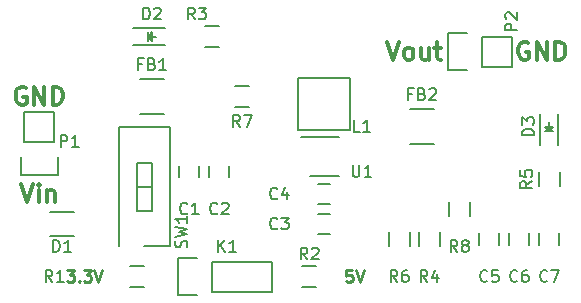
<source format=gto>
G04 #@! TF.FileFunction,Legend,Top*
%FSLAX46Y46*%
G04 Gerber Fmt 4.6, Leading zero omitted, Abs format (unit mm)*
G04 Created by KiCad (PCBNEW no-vcs-found-product) date Fri 08 Apr 2016 02:07:00 AM CDT*
%MOMM*%
G01*
G04 APERTURE LIST*
%ADD10C,0.100000*%
%ADD11C,0.300000*%
%ADD12C,0.248000*%
%ADD13C,0.150000*%
G04 APERTURE END LIST*
D10*
D11*
X97409286Y-135703571D02*
X97909286Y-137203571D01*
X98409286Y-135703571D01*
X99123572Y-137203571D02*
X98980714Y-137132143D01*
X98909286Y-137060714D01*
X98837857Y-136917857D01*
X98837857Y-136489286D01*
X98909286Y-136346429D01*
X98980714Y-136275000D01*
X99123572Y-136203571D01*
X99337857Y-136203571D01*
X99480714Y-136275000D01*
X99552143Y-136346429D01*
X99623572Y-136489286D01*
X99623572Y-136917857D01*
X99552143Y-137060714D01*
X99480714Y-137132143D01*
X99337857Y-137203571D01*
X99123572Y-137203571D01*
X100909286Y-136203571D02*
X100909286Y-137203571D01*
X100266429Y-136203571D02*
X100266429Y-136989286D01*
X100337857Y-137132143D01*
X100480715Y-137203571D01*
X100695000Y-137203571D01*
X100837857Y-137132143D01*
X100909286Y-137060714D01*
X101409286Y-136203571D02*
X101980715Y-136203571D01*
X101623572Y-135703571D02*
X101623572Y-136989286D01*
X101695000Y-137132143D01*
X101837858Y-137203571D01*
X101980715Y-137203571D01*
X109347143Y-135775000D02*
X109204286Y-135703571D01*
X108990000Y-135703571D01*
X108775715Y-135775000D01*
X108632857Y-135917857D01*
X108561429Y-136060714D01*
X108490000Y-136346429D01*
X108490000Y-136560714D01*
X108561429Y-136846429D01*
X108632857Y-136989286D01*
X108775715Y-137132143D01*
X108990000Y-137203571D01*
X109132857Y-137203571D01*
X109347143Y-137132143D01*
X109418572Y-137060714D01*
X109418572Y-136560714D01*
X109132857Y-136560714D01*
X110061429Y-137203571D02*
X110061429Y-135703571D01*
X110918572Y-137203571D01*
X110918572Y-135703571D01*
X111632858Y-137203571D02*
X111632858Y-135703571D01*
X111990001Y-135703571D01*
X112204286Y-135775000D01*
X112347144Y-135917857D01*
X112418572Y-136060714D01*
X112490001Y-136346429D01*
X112490001Y-136560714D01*
X112418572Y-136846429D01*
X112347144Y-136989286D01*
X112204286Y-137132143D01*
X111990001Y-137203571D01*
X111632858Y-137203571D01*
X66802143Y-139585000D02*
X66659286Y-139513571D01*
X66445000Y-139513571D01*
X66230715Y-139585000D01*
X66087857Y-139727857D01*
X66016429Y-139870714D01*
X65945000Y-140156429D01*
X65945000Y-140370714D01*
X66016429Y-140656429D01*
X66087857Y-140799286D01*
X66230715Y-140942143D01*
X66445000Y-141013571D01*
X66587857Y-141013571D01*
X66802143Y-140942143D01*
X66873572Y-140870714D01*
X66873572Y-140370714D01*
X66587857Y-140370714D01*
X67516429Y-141013571D02*
X67516429Y-139513571D01*
X68373572Y-141013571D01*
X68373572Y-139513571D01*
X69087858Y-141013571D02*
X69087858Y-139513571D01*
X69445001Y-139513571D01*
X69659286Y-139585000D01*
X69802144Y-139727857D01*
X69873572Y-139870714D01*
X69945001Y-140156429D01*
X69945001Y-140370714D01*
X69873572Y-140656429D01*
X69802144Y-140799286D01*
X69659286Y-140942143D01*
X69445001Y-141013571D01*
X69087858Y-141013571D01*
X66409286Y-147768571D02*
X66909286Y-149268571D01*
X67409286Y-147768571D01*
X67909286Y-149268571D02*
X67909286Y-148268571D01*
X67909286Y-147768571D02*
X67837857Y-147840000D01*
X67909286Y-147911429D01*
X67980714Y-147840000D01*
X67909286Y-147768571D01*
X67909286Y-147911429D01*
X68623572Y-148268571D02*
X68623572Y-149268571D01*
X68623572Y-148411429D02*
X68695000Y-148340000D01*
X68837858Y-148268571D01*
X69052143Y-148268571D01*
X69195000Y-148340000D01*
X69266429Y-148482857D01*
X69266429Y-149268571D01*
D12*
X94426047Y-155031762D02*
X93953666Y-155031762D01*
X93906428Y-155504143D01*
X93953666Y-155456905D01*
X94048143Y-155409667D01*
X94284333Y-155409667D01*
X94378809Y-155456905D01*
X94426047Y-155504143D01*
X94473286Y-155598619D01*
X94473286Y-155834810D01*
X94426047Y-155929286D01*
X94378809Y-155976524D01*
X94284333Y-156023762D01*
X94048143Y-156023762D01*
X93953666Y-155976524D01*
X93906428Y-155929286D01*
X94756714Y-155031762D02*
X95087381Y-156023762D01*
X95418048Y-155031762D01*
X70290619Y-155031762D02*
X70904715Y-155031762D01*
X70574048Y-155409667D01*
X70715762Y-155409667D01*
X70810238Y-155456905D01*
X70857476Y-155504143D01*
X70904715Y-155598619D01*
X70904715Y-155834810D01*
X70857476Y-155929286D01*
X70810238Y-155976524D01*
X70715762Y-156023762D01*
X70432334Y-156023762D01*
X70337857Y-155976524D01*
X70290619Y-155929286D01*
X71329857Y-155929286D02*
X71377096Y-155976524D01*
X71329857Y-156023762D01*
X71282619Y-155976524D01*
X71329857Y-155929286D01*
X71329857Y-156023762D01*
X71707762Y-155031762D02*
X72321858Y-155031762D01*
X71991191Y-155409667D01*
X72132905Y-155409667D01*
X72227381Y-155456905D01*
X72274619Y-155504143D01*
X72321858Y-155598619D01*
X72321858Y-155834810D01*
X72274619Y-155929286D01*
X72227381Y-155976524D01*
X72132905Y-156023762D01*
X71849477Y-156023762D01*
X71755000Y-155976524D01*
X71707762Y-155929286D01*
X72605286Y-155031762D02*
X72935953Y-156023762D01*
X73266620Y-155031762D01*
D13*
X81495000Y-147185000D02*
X81495000Y-146185000D01*
X79795000Y-146185000D02*
X79795000Y-147185000D01*
X84035000Y-147185000D02*
X84035000Y-146185000D01*
X82335000Y-146185000D02*
X82335000Y-147185000D01*
X91575000Y-151980000D02*
X92575000Y-151980000D01*
X92575000Y-150280000D02*
X91575000Y-150280000D01*
X91575000Y-149440000D02*
X92575000Y-149440000D01*
X92575000Y-147740000D02*
X91575000Y-147740000D01*
X106895000Y-152900000D02*
X106895000Y-151900000D01*
X105195000Y-151900000D02*
X105195000Y-152900000D01*
X109435000Y-152900000D02*
X109435000Y-151900000D01*
X107735000Y-151900000D02*
X107735000Y-152900000D01*
X111975000Y-152900000D02*
X111975000Y-151900000D01*
X110275000Y-151900000D02*
X110275000Y-152900000D01*
X75870000Y-136005000D02*
X78570000Y-136005000D01*
X75870000Y-134505000D02*
X78570000Y-134505000D01*
X77370000Y-135405000D02*
X77370000Y-135155000D01*
X77370000Y-135155000D02*
X77220000Y-135305000D01*
X77120000Y-134905000D02*
X77120000Y-135605000D01*
X77470000Y-135255000D02*
X77820000Y-135255000D01*
X77120000Y-135255000D02*
X77470000Y-134905000D01*
X77470000Y-134905000D02*
X77470000Y-135605000D01*
X77470000Y-135605000D02*
X77120000Y-135255000D01*
X111875000Y-144475000D02*
X111875000Y-141775000D01*
X110375000Y-144475000D02*
X110375000Y-141775000D01*
X111275000Y-142975000D02*
X111025000Y-142975000D01*
X111025000Y-142975000D02*
X111175000Y-143125000D01*
X110775000Y-143225000D02*
X111475000Y-143225000D01*
X111125000Y-142875000D02*
X111125000Y-142525000D01*
X111125000Y-143225000D02*
X110775000Y-142875000D01*
X110775000Y-142875000D02*
X111475000Y-142875000D01*
X111475000Y-142875000D02*
X111125000Y-143225000D01*
X82550000Y-156845000D02*
X87630000Y-156845000D01*
X87630000Y-156845000D02*
X87630000Y-154305000D01*
X87630000Y-154305000D02*
X82550000Y-154305000D01*
X79730000Y-154025000D02*
X81280000Y-154025000D01*
X82550000Y-154305000D02*
X82550000Y-156845000D01*
X81280000Y-157125000D02*
X79730000Y-157125000D01*
X79730000Y-157125000D02*
X79730000Y-154025000D01*
X89875000Y-138770000D02*
X94275000Y-138770000D01*
X94275000Y-138770000D02*
X94275000Y-143170000D01*
X94275000Y-143170000D02*
X89875000Y-143170000D01*
X89875000Y-143170000D02*
X89875000Y-138770000D01*
X76800000Y-156450000D02*
X75600000Y-156450000D01*
X75600000Y-154700000D02*
X76800000Y-154700000D01*
X90205000Y-154700000D02*
X91405000Y-154700000D01*
X91405000Y-156450000D02*
X90205000Y-156450000D01*
X81950000Y-134380000D02*
X83150000Y-134380000D01*
X83150000Y-136130000D02*
X81950000Y-136130000D01*
X100090000Y-153000000D02*
X100090000Y-151800000D01*
X101840000Y-151800000D02*
X101840000Y-153000000D01*
X110250000Y-147920000D02*
X110250000Y-146720000D01*
X112000000Y-146720000D02*
X112000000Y-147920000D01*
X99300000Y-151800000D02*
X99300000Y-153000000D01*
X97550000Y-153000000D02*
X97550000Y-151800000D01*
X84490000Y-139460000D02*
X85690000Y-139460000D01*
X85690000Y-141210000D02*
X84490000Y-141210000D01*
X102630000Y-150460000D02*
X102630000Y-149260000D01*
X104380000Y-149260000D02*
X104380000Y-150460000D01*
X74685000Y-142935000D02*
X78985000Y-142935000D01*
X76835000Y-152975000D02*
X78985000Y-152975000D01*
X74685000Y-142935000D02*
X74685000Y-152975000D01*
X78985000Y-142935000D02*
X78985000Y-152975000D01*
X76195000Y-147955000D02*
X77475000Y-147955000D01*
X76195000Y-145925000D02*
X76195000Y-149985000D01*
X76195000Y-149985000D02*
X77475000Y-149985000D01*
X77475000Y-149985000D02*
X77475000Y-145925000D01*
X77475000Y-145925000D02*
X76195000Y-145925000D01*
X90850000Y-147065000D02*
X93300000Y-147065000D01*
X90125000Y-143765000D02*
X93300000Y-143765000D01*
X70850000Y-150105000D02*
X68850000Y-150105000D01*
X68850000Y-152155000D02*
X70850000Y-152155000D01*
X78470000Y-138860000D02*
X76470000Y-138860000D01*
X76470000Y-141810000D02*
X78470000Y-141810000D01*
X101330000Y-141400000D02*
X99330000Y-141400000D01*
X99330000Y-144350000D02*
X101330000Y-144350000D01*
X66675000Y-144145000D02*
X66675000Y-141605000D01*
X66395000Y-146965000D02*
X66395000Y-145415000D01*
X66675000Y-144145000D02*
X69215000Y-144145000D01*
X69495000Y-145415000D02*
X69495000Y-146965000D01*
X69495000Y-146965000D02*
X66395000Y-146965000D01*
X69215000Y-144145000D02*
X69215000Y-141605000D01*
X69215000Y-141605000D02*
X66675000Y-141605000D01*
X105410000Y-135255000D02*
X107950000Y-135255000D01*
X102590000Y-134975000D02*
X104140000Y-134975000D01*
X105410000Y-135255000D02*
X105410000Y-137795000D01*
X104140000Y-138075000D02*
X102590000Y-138075000D01*
X102590000Y-138075000D02*
X102590000Y-134975000D01*
X105410000Y-137795000D02*
X107950000Y-137795000D01*
X107950000Y-137795000D02*
X107950000Y-135255000D01*
X80478334Y-150217143D02*
X80430715Y-150264762D01*
X80287858Y-150312381D01*
X80192620Y-150312381D01*
X80049762Y-150264762D01*
X79954524Y-150169524D01*
X79906905Y-150074286D01*
X79859286Y-149883810D01*
X79859286Y-149740952D01*
X79906905Y-149550476D01*
X79954524Y-149455238D01*
X80049762Y-149360000D01*
X80192620Y-149312381D01*
X80287858Y-149312381D01*
X80430715Y-149360000D01*
X80478334Y-149407619D01*
X81430715Y-150312381D02*
X80859286Y-150312381D01*
X81145000Y-150312381D02*
X81145000Y-149312381D01*
X81049762Y-149455238D01*
X80954524Y-149550476D01*
X80859286Y-149598095D01*
X83018334Y-150217143D02*
X82970715Y-150264762D01*
X82827858Y-150312381D01*
X82732620Y-150312381D01*
X82589762Y-150264762D01*
X82494524Y-150169524D01*
X82446905Y-150074286D01*
X82399286Y-149883810D01*
X82399286Y-149740952D01*
X82446905Y-149550476D01*
X82494524Y-149455238D01*
X82589762Y-149360000D01*
X82732620Y-149312381D01*
X82827858Y-149312381D01*
X82970715Y-149360000D01*
X83018334Y-149407619D01*
X83399286Y-149407619D02*
X83446905Y-149360000D01*
X83542143Y-149312381D01*
X83780239Y-149312381D01*
X83875477Y-149360000D01*
X83923096Y-149407619D01*
X83970715Y-149502857D01*
X83970715Y-149598095D01*
X83923096Y-149740952D01*
X83351667Y-150312381D01*
X83970715Y-150312381D01*
X88098334Y-151487143D02*
X88050715Y-151534762D01*
X87907858Y-151582381D01*
X87812620Y-151582381D01*
X87669762Y-151534762D01*
X87574524Y-151439524D01*
X87526905Y-151344286D01*
X87479286Y-151153810D01*
X87479286Y-151010952D01*
X87526905Y-150820476D01*
X87574524Y-150725238D01*
X87669762Y-150630000D01*
X87812620Y-150582381D01*
X87907858Y-150582381D01*
X88050715Y-150630000D01*
X88098334Y-150677619D01*
X88431667Y-150582381D02*
X89050715Y-150582381D01*
X88717381Y-150963333D01*
X88860239Y-150963333D01*
X88955477Y-151010952D01*
X89003096Y-151058571D01*
X89050715Y-151153810D01*
X89050715Y-151391905D01*
X89003096Y-151487143D01*
X88955477Y-151534762D01*
X88860239Y-151582381D01*
X88574524Y-151582381D01*
X88479286Y-151534762D01*
X88431667Y-151487143D01*
X88098334Y-148947143D02*
X88050715Y-148994762D01*
X87907858Y-149042381D01*
X87812620Y-149042381D01*
X87669762Y-148994762D01*
X87574524Y-148899524D01*
X87526905Y-148804286D01*
X87479286Y-148613810D01*
X87479286Y-148470952D01*
X87526905Y-148280476D01*
X87574524Y-148185238D01*
X87669762Y-148090000D01*
X87812620Y-148042381D01*
X87907858Y-148042381D01*
X88050715Y-148090000D01*
X88098334Y-148137619D01*
X88955477Y-148375714D02*
X88955477Y-149042381D01*
X88717381Y-147994762D02*
X88479286Y-148709048D01*
X89098334Y-148709048D01*
X105878334Y-155932143D02*
X105830715Y-155979762D01*
X105687858Y-156027381D01*
X105592620Y-156027381D01*
X105449762Y-155979762D01*
X105354524Y-155884524D01*
X105306905Y-155789286D01*
X105259286Y-155598810D01*
X105259286Y-155455952D01*
X105306905Y-155265476D01*
X105354524Y-155170238D01*
X105449762Y-155075000D01*
X105592620Y-155027381D01*
X105687858Y-155027381D01*
X105830715Y-155075000D01*
X105878334Y-155122619D01*
X106783096Y-155027381D02*
X106306905Y-155027381D01*
X106259286Y-155503571D01*
X106306905Y-155455952D01*
X106402143Y-155408333D01*
X106640239Y-155408333D01*
X106735477Y-155455952D01*
X106783096Y-155503571D01*
X106830715Y-155598810D01*
X106830715Y-155836905D01*
X106783096Y-155932143D01*
X106735477Y-155979762D01*
X106640239Y-156027381D01*
X106402143Y-156027381D01*
X106306905Y-155979762D01*
X106259286Y-155932143D01*
X108418334Y-155932143D02*
X108370715Y-155979762D01*
X108227858Y-156027381D01*
X108132620Y-156027381D01*
X107989762Y-155979762D01*
X107894524Y-155884524D01*
X107846905Y-155789286D01*
X107799286Y-155598810D01*
X107799286Y-155455952D01*
X107846905Y-155265476D01*
X107894524Y-155170238D01*
X107989762Y-155075000D01*
X108132620Y-155027381D01*
X108227858Y-155027381D01*
X108370715Y-155075000D01*
X108418334Y-155122619D01*
X109275477Y-155027381D02*
X109085000Y-155027381D01*
X108989762Y-155075000D01*
X108942143Y-155122619D01*
X108846905Y-155265476D01*
X108799286Y-155455952D01*
X108799286Y-155836905D01*
X108846905Y-155932143D01*
X108894524Y-155979762D01*
X108989762Y-156027381D01*
X109180239Y-156027381D01*
X109275477Y-155979762D01*
X109323096Y-155932143D01*
X109370715Y-155836905D01*
X109370715Y-155598810D01*
X109323096Y-155503571D01*
X109275477Y-155455952D01*
X109180239Y-155408333D01*
X108989762Y-155408333D01*
X108894524Y-155455952D01*
X108846905Y-155503571D01*
X108799286Y-155598810D01*
X110958334Y-155932143D02*
X110910715Y-155979762D01*
X110767858Y-156027381D01*
X110672620Y-156027381D01*
X110529762Y-155979762D01*
X110434524Y-155884524D01*
X110386905Y-155789286D01*
X110339286Y-155598810D01*
X110339286Y-155455952D01*
X110386905Y-155265476D01*
X110434524Y-155170238D01*
X110529762Y-155075000D01*
X110672620Y-155027381D01*
X110767858Y-155027381D01*
X110910715Y-155075000D01*
X110958334Y-155122619D01*
X111291667Y-155027381D02*
X111958334Y-155027381D01*
X111529762Y-156027381D01*
X76731905Y-133802381D02*
X76731905Y-132802381D01*
X76970000Y-132802381D01*
X77112858Y-132850000D01*
X77208096Y-132945238D01*
X77255715Y-133040476D01*
X77303334Y-133230952D01*
X77303334Y-133373810D01*
X77255715Y-133564286D01*
X77208096Y-133659524D01*
X77112858Y-133754762D01*
X76970000Y-133802381D01*
X76731905Y-133802381D01*
X77684286Y-132897619D02*
X77731905Y-132850000D01*
X77827143Y-132802381D01*
X78065239Y-132802381D01*
X78160477Y-132850000D01*
X78208096Y-132897619D01*
X78255715Y-132992857D01*
X78255715Y-133088095D01*
X78208096Y-133230952D01*
X77636667Y-133802381D01*
X78255715Y-133802381D01*
X109827381Y-143613095D02*
X108827381Y-143613095D01*
X108827381Y-143375000D01*
X108875000Y-143232142D01*
X108970238Y-143136904D01*
X109065476Y-143089285D01*
X109255952Y-143041666D01*
X109398810Y-143041666D01*
X109589286Y-143089285D01*
X109684524Y-143136904D01*
X109779762Y-143232142D01*
X109827381Y-143375000D01*
X109827381Y-143613095D01*
X108827381Y-142708333D02*
X108827381Y-142089285D01*
X109208333Y-142422619D01*
X109208333Y-142279761D01*
X109255952Y-142184523D01*
X109303571Y-142136904D01*
X109398810Y-142089285D01*
X109636905Y-142089285D01*
X109732143Y-142136904D01*
X109779762Y-142184523D01*
X109827381Y-142279761D01*
X109827381Y-142565476D01*
X109779762Y-142660714D01*
X109732143Y-142708333D01*
X83081905Y-153487381D02*
X83081905Y-152487381D01*
X83653334Y-153487381D02*
X83224762Y-152915952D01*
X83653334Y-152487381D02*
X83081905Y-153058810D01*
X84605715Y-153487381D02*
X84034286Y-153487381D01*
X84320000Y-153487381D02*
X84320000Y-152487381D01*
X84224762Y-152630238D01*
X84129524Y-152725476D01*
X84034286Y-152773095D01*
X95083334Y-143327381D02*
X94607143Y-143327381D01*
X94607143Y-142327381D01*
X95940477Y-143327381D02*
X95369048Y-143327381D01*
X95654762Y-143327381D02*
X95654762Y-142327381D01*
X95559524Y-142470238D01*
X95464286Y-142565476D01*
X95369048Y-142613095D01*
X69048334Y-156027381D02*
X68715000Y-155551190D01*
X68476905Y-156027381D02*
X68476905Y-155027381D01*
X68857858Y-155027381D01*
X68953096Y-155075000D01*
X69000715Y-155122619D01*
X69048334Y-155217857D01*
X69048334Y-155360714D01*
X69000715Y-155455952D01*
X68953096Y-155503571D01*
X68857858Y-155551190D01*
X68476905Y-155551190D01*
X70000715Y-156027381D02*
X69429286Y-156027381D01*
X69715000Y-156027381D02*
X69715000Y-155027381D01*
X69619762Y-155170238D01*
X69524524Y-155265476D01*
X69429286Y-155313095D01*
X90638334Y-154122381D02*
X90305000Y-153646190D01*
X90066905Y-154122381D02*
X90066905Y-153122381D01*
X90447858Y-153122381D01*
X90543096Y-153170000D01*
X90590715Y-153217619D01*
X90638334Y-153312857D01*
X90638334Y-153455714D01*
X90590715Y-153550952D01*
X90543096Y-153598571D01*
X90447858Y-153646190D01*
X90066905Y-153646190D01*
X91019286Y-153217619D02*
X91066905Y-153170000D01*
X91162143Y-153122381D01*
X91400239Y-153122381D01*
X91495477Y-153170000D01*
X91543096Y-153217619D01*
X91590715Y-153312857D01*
X91590715Y-153408095D01*
X91543096Y-153550952D01*
X90971667Y-154122381D01*
X91590715Y-154122381D01*
X81113334Y-133802381D02*
X80780000Y-133326190D01*
X80541905Y-133802381D02*
X80541905Y-132802381D01*
X80922858Y-132802381D01*
X81018096Y-132850000D01*
X81065715Y-132897619D01*
X81113334Y-132992857D01*
X81113334Y-133135714D01*
X81065715Y-133230952D01*
X81018096Y-133278571D01*
X80922858Y-133326190D01*
X80541905Y-133326190D01*
X81446667Y-132802381D02*
X82065715Y-132802381D01*
X81732381Y-133183333D01*
X81875239Y-133183333D01*
X81970477Y-133230952D01*
X82018096Y-133278571D01*
X82065715Y-133373810D01*
X82065715Y-133611905D01*
X82018096Y-133707143D01*
X81970477Y-133754762D01*
X81875239Y-133802381D01*
X81589524Y-133802381D01*
X81494286Y-133754762D01*
X81446667Y-133707143D01*
X100798334Y-156027381D02*
X100465000Y-155551190D01*
X100226905Y-156027381D02*
X100226905Y-155027381D01*
X100607858Y-155027381D01*
X100703096Y-155075000D01*
X100750715Y-155122619D01*
X100798334Y-155217857D01*
X100798334Y-155360714D01*
X100750715Y-155455952D01*
X100703096Y-155503571D01*
X100607858Y-155551190D01*
X100226905Y-155551190D01*
X101655477Y-155360714D02*
X101655477Y-156027381D01*
X101417381Y-154979762D02*
X101179286Y-155694048D01*
X101798334Y-155694048D01*
X109672381Y-147486666D02*
X109196190Y-147820000D01*
X109672381Y-148058095D02*
X108672381Y-148058095D01*
X108672381Y-147677142D01*
X108720000Y-147581904D01*
X108767619Y-147534285D01*
X108862857Y-147486666D01*
X109005714Y-147486666D01*
X109100952Y-147534285D01*
X109148571Y-147581904D01*
X109196190Y-147677142D01*
X109196190Y-148058095D01*
X108672381Y-146581904D02*
X108672381Y-147058095D01*
X109148571Y-147105714D01*
X109100952Y-147058095D01*
X109053333Y-146962857D01*
X109053333Y-146724761D01*
X109100952Y-146629523D01*
X109148571Y-146581904D01*
X109243810Y-146534285D01*
X109481905Y-146534285D01*
X109577143Y-146581904D01*
X109624762Y-146629523D01*
X109672381Y-146724761D01*
X109672381Y-146962857D01*
X109624762Y-147058095D01*
X109577143Y-147105714D01*
X98258334Y-156027381D02*
X97925000Y-155551190D01*
X97686905Y-156027381D02*
X97686905Y-155027381D01*
X98067858Y-155027381D01*
X98163096Y-155075000D01*
X98210715Y-155122619D01*
X98258334Y-155217857D01*
X98258334Y-155360714D01*
X98210715Y-155455952D01*
X98163096Y-155503571D01*
X98067858Y-155551190D01*
X97686905Y-155551190D01*
X99115477Y-155027381D02*
X98925000Y-155027381D01*
X98829762Y-155075000D01*
X98782143Y-155122619D01*
X98686905Y-155265476D01*
X98639286Y-155455952D01*
X98639286Y-155836905D01*
X98686905Y-155932143D01*
X98734524Y-155979762D01*
X98829762Y-156027381D01*
X99020239Y-156027381D01*
X99115477Y-155979762D01*
X99163096Y-155932143D01*
X99210715Y-155836905D01*
X99210715Y-155598810D01*
X99163096Y-155503571D01*
X99115477Y-155455952D01*
X99020239Y-155408333D01*
X98829762Y-155408333D01*
X98734524Y-155455952D01*
X98686905Y-155503571D01*
X98639286Y-155598810D01*
X84923334Y-142887381D02*
X84590000Y-142411190D01*
X84351905Y-142887381D02*
X84351905Y-141887381D01*
X84732858Y-141887381D01*
X84828096Y-141935000D01*
X84875715Y-141982619D01*
X84923334Y-142077857D01*
X84923334Y-142220714D01*
X84875715Y-142315952D01*
X84828096Y-142363571D01*
X84732858Y-142411190D01*
X84351905Y-142411190D01*
X85256667Y-141887381D02*
X85923334Y-141887381D01*
X85494762Y-142887381D01*
X103338334Y-153487381D02*
X103005000Y-153011190D01*
X102766905Y-153487381D02*
X102766905Y-152487381D01*
X103147858Y-152487381D01*
X103243096Y-152535000D01*
X103290715Y-152582619D01*
X103338334Y-152677857D01*
X103338334Y-152820714D01*
X103290715Y-152915952D01*
X103243096Y-152963571D01*
X103147858Y-153011190D01*
X102766905Y-153011190D01*
X103909762Y-152915952D02*
X103814524Y-152868333D01*
X103766905Y-152820714D01*
X103719286Y-152725476D01*
X103719286Y-152677857D01*
X103766905Y-152582619D01*
X103814524Y-152535000D01*
X103909762Y-152487381D01*
X104100239Y-152487381D01*
X104195477Y-152535000D01*
X104243096Y-152582619D01*
X104290715Y-152677857D01*
X104290715Y-152725476D01*
X104243096Y-152820714D01*
X104195477Y-152868333D01*
X104100239Y-152915952D01*
X103909762Y-152915952D01*
X103814524Y-152963571D01*
X103766905Y-153011190D01*
X103719286Y-153106429D01*
X103719286Y-153296905D01*
X103766905Y-153392143D01*
X103814524Y-153439762D01*
X103909762Y-153487381D01*
X104100239Y-153487381D01*
X104195477Y-153439762D01*
X104243096Y-153392143D01*
X104290715Y-153296905D01*
X104290715Y-153106429D01*
X104243096Y-153011190D01*
X104195477Y-152963571D01*
X104100239Y-152915952D01*
X80414762Y-153098333D02*
X80462381Y-152955476D01*
X80462381Y-152717380D01*
X80414762Y-152622142D01*
X80367143Y-152574523D01*
X80271905Y-152526904D01*
X80176667Y-152526904D01*
X80081429Y-152574523D01*
X80033810Y-152622142D01*
X79986190Y-152717380D01*
X79938571Y-152907857D01*
X79890952Y-153003095D01*
X79843333Y-153050714D01*
X79748095Y-153098333D01*
X79652857Y-153098333D01*
X79557619Y-153050714D01*
X79510000Y-153003095D01*
X79462381Y-152907857D01*
X79462381Y-152669761D01*
X79510000Y-152526904D01*
X79462381Y-152193571D02*
X80462381Y-151955476D01*
X79748095Y-151764999D01*
X80462381Y-151574523D01*
X79462381Y-151336428D01*
X80462381Y-150431666D02*
X80462381Y-151003095D01*
X80462381Y-150717381D02*
X79462381Y-150717381D01*
X79605238Y-150812619D01*
X79700476Y-150907857D01*
X79748095Y-151003095D01*
X94488095Y-146137381D02*
X94488095Y-146946905D01*
X94535714Y-147042143D01*
X94583333Y-147089762D01*
X94678571Y-147137381D01*
X94869048Y-147137381D01*
X94964286Y-147089762D01*
X95011905Y-147042143D01*
X95059524Y-146946905D01*
X95059524Y-146137381D01*
X96059524Y-147137381D02*
X95488095Y-147137381D01*
X95773809Y-147137381D02*
X95773809Y-146137381D01*
X95678571Y-146280238D01*
X95583333Y-146375476D01*
X95488095Y-146423095D01*
X69111905Y-153487381D02*
X69111905Y-152487381D01*
X69350000Y-152487381D01*
X69492858Y-152535000D01*
X69588096Y-152630238D01*
X69635715Y-152725476D01*
X69683334Y-152915952D01*
X69683334Y-153058810D01*
X69635715Y-153249286D01*
X69588096Y-153344524D01*
X69492858Y-153439762D01*
X69350000Y-153487381D01*
X69111905Y-153487381D01*
X70635715Y-153487381D02*
X70064286Y-153487381D01*
X70350000Y-153487381D02*
X70350000Y-152487381D01*
X70254762Y-152630238D01*
X70159524Y-152725476D01*
X70064286Y-152773095D01*
X76636667Y-137563571D02*
X76303333Y-137563571D01*
X76303333Y-138087381D02*
X76303333Y-137087381D01*
X76779524Y-137087381D01*
X77493810Y-137563571D02*
X77636667Y-137611190D01*
X77684286Y-137658810D01*
X77731905Y-137754048D01*
X77731905Y-137896905D01*
X77684286Y-137992143D01*
X77636667Y-138039762D01*
X77541429Y-138087381D01*
X77160476Y-138087381D01*
X77160476Y-137087381D01*
X77493810Y-137087381D01*
X77589048Y-137135000D01*
X77636667Y-137182619D01*
X77684286Y-137277857D01*
X77684286Y-137373095D01*
X77636667Y-137468333D01*
X77589048Y-137515952D01*
X77493810Y-137563571D01*
X77160476Y-137563571D01*
X78684286Y-138087381D02*
X78112857Y-138087381D01*
X78398571Y-138087381D02*
X78398571Y-137087381D01*
X78303333Y-137230238D01*
X78208095Y-137325476D01*
X78112857Y-137373095D01*
X99496667Y-140103571D02*
X99163333Y-140103571D01*
X99163333Y-140627381D02*
X99163333Y-139627381D01*
X99639524Y-139627381D01*
X100353810Y-140103571D02*
X100496667Y-140151190D01*
X100544286Y-140198810D01*
X100591905Y-140294048D01*
X100591905Y-140436905D01*
X100544286Y-140532143D01*
X100496667Y-140579762D01*
X100401429Y-140627381D01*
X100020476Y-140627381D01*
X100020476Y-139627381D01*
X100353810Y-139627381D01*
X100449048Y-139675000D01*
X100496667Y-139722619D01*
X100544286Y-139817857D01*
X100544286Y-139913095D01*
X100496667Y-140008333D01*
X100449048Y-140055952D01*
X100353810Y-140103571D01*
X100020476Y-140103571D01*
X100972857Y-139722619D02*
X101020476Y-139675000D01*
X101115714Y-139627381D01*
X101353810Y-139627381D01*
X101449048Y-139675000D01*
X101496667Y-139722619D01*
X101544286Y-139817857D01*
X101544286Y-139913095D01*
X101496667Y-140055952D01*
X100925238Y-140627381D01*
X101544286Y-140627381D01*
X69746905Y-144597381D02*
X69746905Y-143597381D01*
X70127858Y-143597381D01*
X70223096Y-143645000D01*
X70270715Y-143692619D01*
X70318334Y-143787857D01*
X70318334Y-143930714D01*
X70270715Y-144025952D01*
X70223096Y-144073571D01*
X70127858Y-144121190D01*
X69746905Y-144121190D01*
X71270715Y-144597381D02*
X70699286Y-144597381D01*
X70985000Y-144597381D02*
X70985000Y-143597381D01*
X70889762Y-143740238D01*
X70794524Y-143835476D01*
X70699286Y-143883095D01*
X108402381Y-134723095D02*
X107402381Y-134723095D01*
X107402381Y-134342142D01*
X107450000Y-134246904D01*
X107497619Y-134199285D01*
X107592857Y-134151666D01*
X107735714Y-134151666D01*
X107830952Y-134199285D01*
X107878571Y-134246904D01*
X107926190Y-134342142D01*
X107926190Y-134723095D01*
X107497619Y-133770714D02*
X107450000Y-133723095D01*
X107402381Y-133627857D01*
X107402381Y-133389761D01*
X107450000Y-133294523D01*
X107497619Y-133246904D01*
X107592857Y-133199285D01*
X107688095Y-133199285D01*
X107830952Y-133246904D01*
X108402381Y-133818333D01*
X108402381Y-133199285D01*
M02*

</source>
